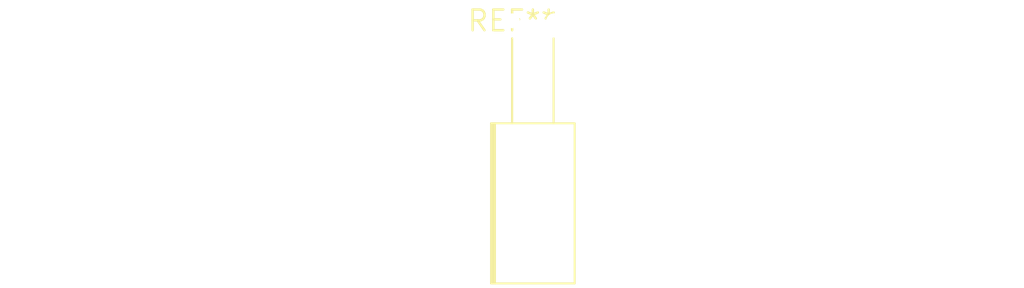
<source format=kicad_pcb>
(kicad_pcb (version 20240108) (generator pcbnew)
  (layers (0 "F.Cu" signal) (31 "B.Cu" signal) (34 "B.Paste" user) (35 "F.Paste" user) (36 "B.SilkS" user "B.Silkscreen") (37 "F.SilkS" user "F.Silkscreen") (38 "B.Mask" user) (39 "F.Mask" user) (44 "Edge.Cuts" user))
  (net 0 "")
  (footprint "LED_Rectangular_W5.0mm_H2.0mm_Horizontal_O6.35mm_Z5.0mm" (layer "F.Cu") (at 0 0)
    (property "Reference" "REF**")
    (property "Value" "LED_Rectangular_W5.0mm_H2.0mm_Horizontal_O6.35mm_Z5.0mm")
    (fp_line (start -1.29 6.29) (end -1.29 16.11) (layer "F.SilkS") (stroke (width 0.12)))
    (fp_line (start -1.29 16.11) (end 3.83 16.11) (layer "F.SilkS") (stroke (width 0.12)))
    (fp_line (start -1.17 6.29) (end -1.17 16.11) (layer "F.SilkS") (stroke (width 0.12)))
    (fp_line (start -1.05 6.29) (end -1.05 16.11) (layer "F.SilkS") (stroke (width 0.12)))
    (fp_line (start 0 1.08) (end 0 1.08) (layer "F.SilkS") (stroke (width 0.12)))
    (fp_line (start 0 1.08) (end 0 6.29) (layer "F.SilkS") (stroke (width 0.12)))
    (fp_line (start 0 6.29) (end 0 1.08) (layer "F.SilkS") (stroke (width 0.12)))
    (fp_line (start 0 6.29) (end 0 6.29) (layer "F.SilkS") (stroke (width 0.12)))
    (fp_line (start 2.54 1.08) (end 2.54 1.08) (layer "F.SilkS") (stroke (width 0.12)))
    (fp_line (start 2.54 1.08) (end 2.54 6.29) (layer "F.SilkS") (stroke (width 0.12)))
    (fp_line (start 2.54 6.29) (end 2.54 1.08) (layer "F.SilkS") (stroke (width 0.12)))
    (fp_line (start 2.54 6.29) (end 2.54 6.29) (layer "F.SilkS") (stroke (width 0.12)))
    (fp_line (start 3.83 6.29) (end -1.29 6.29) (layer "F.SilkS") (stroke (width 0.12)))
    (fp_line (start 3.83 16.11) (end 3.83 6.29) (layer "F.SilkS") (stroke (width 0.12)))
    (pad "1" thru_hole rect (at 0 0) (size 1.8 1.8) (drill 0.9) (layers *.Cu *.Mask) (remove_unused_layers))
    (pad "2" thru_hole circle (at 2.54 0) (size 1.8 1.8) (drill 0.9) (layers *.Cu *.Mask) (remove_unused_layers))
  )
)
</source>
